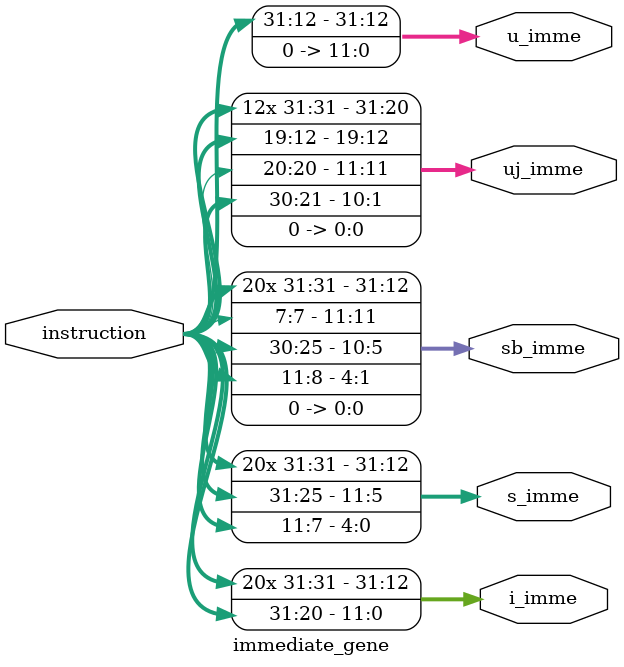
<source format=sv>


module immediate_gene #
(parameter INSTRUCTION=32
)
(
/* verilator lint_off UNUSED */
    input        [INSTRUCTION-1:0]   instruction,
    output logic [INSTRUCTION-1:0]   i_imme,
    output logic [INSTRUCTION-1:0]   s_imme,
    output logic [INSTRUCTION-1:0]   sb_imme,
    output logic [INSTRUCTION-1:0]   uj_imme,
    output logic [INSTRUCTION-1:0]   u_imme
);

    always_comb begin
/* verilator lint_off UNUSED */

        i_imme  = {{20{instruction[31]}}, instruction[31:20]};
        s_imme  = {{20{instruction[31]}}, instruction[31:25], instruction[11:7]};
        sb_imme = {{19{instruction[31]}}, instruction[31], instruction[7], instruction[30:25], instruction[11:8],1'b0};
        uj_imme = {{11{instruction[31]}}, instruction[31], instruction[19:12],instruction[20], instruction[30:21],1'b0};
        u_imme  = {{instruction[31:12]},12'b0};       
    end
endmodule

</source>
